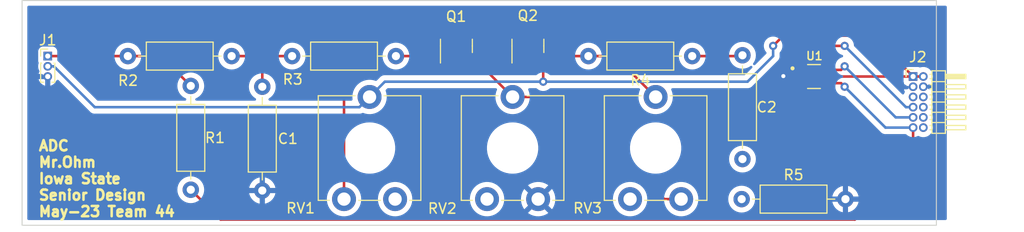
<source format=kicad_pcb>
(kicad_pcb (version 20211014) (generator pcbnew)
  (layers (0 "F.Cu" signal) (31 "B.Cu" signal) (34 "B.Paste" user) (35 "F.Paste" user) (36 "B.SilkS" user "B.Silkscreen") (37 "F.SilkS" user "F.Silkscreen") (38 "B.Mask" user) (39 "F.Mask" user) (44 "Edge.Cuts" user))
  (net 0 "")
  (net 1 "Net-(C1-Pad1)")
  (net 2 "GND")
  (net 3 "Net-(C2-Pad1)")
  (net 4 "Net-(C2-Pad2)")
  (net 5 "/IN1")
  (net 6 "/3.3V")
  (net 9 "/P2")
  (net 11 "/P1")
  (net 13 "/P0")
  (net 15 "Net-(Q1-Pad1)")
  (net 16 "Net-(Q1-Pad2)")
  (net 17 "Net-(Q1-Pad3)")
  (net 18 "Net-(Q2-Pad3)")
  (footprint "Package_TO_SOT_SMD:SOT-23" (layer "F.Cu") (at 132 76 90)
    (fp_text reference "Q1" (at 2.87 -0.03 180) (layer "F.SilkS"))
    (fp_text value "BC847")
    (fp_line (start 0 1.56) (end -0.65 1.56) (layer "F.SilkS") (width 0.12))
    (fp_line (start 0 1.56) (end 0.65 1.56) (layer "F.SilkS") (width 0.12))
    (fp_line (start 0 -1.56) (end 0.65 -1.56) (layer "F.SilkS") (width 0.12))
    (fp_line (start 0 -1.56) (end -1.675 -1.56) (layer "F.SilkS") (width 0.12))
    (pad "1" smd roundrect (at -0.9375 -0.95 90) (size 1.475 0.6) (layers "F.Cu" "F.Paste" "F.Mask") (net 15 "Net-(Q1-Pad1)"))
    (pad "2" smd roundrect (at -0.9375 0.95 90) (size 1.475 0.6) (layers "F.Cu" "F.Paste" "F.Mask") (net 16 "Net-(Q1-Pad2)"))
    (pad "3" smd roundrect (at 0.9375 0 90) (size 1.475 0.6) (layers "F.Cu" "F.Paste" "F.Mask") (net 17 "Net-(Q1-Pad3)"))
  )
  (footprint "Package_TO_SOT_SMD:SOT-23" (layer "F.Cu") (at 139 76 90)
    (fp_text reference "Q2" (at 2.96 -0.01 180) (layer "F.SilkS"))
    (fp_text value "BC857")
    (fp_line (start 0 -1.56) (end 0.65 -1.56) (layer "F.SilkS") (width 0.12))
    (fp_line (start 0 -1.56) (end -1.675 -1.56) (layer "F.SilkS") (width 0.12))
    (fp_line (start 0 1.56) (end -0.65 1.56) (layer "F.SilkS") (width 0.12))
    (fp_line (start 0 1.56) (end 0.65 1.56) (layer "F.SilkS") (width 0.12))
    (pad "1" smd roundrect (at -0.9375 -0.95 90) (size 1.475 0.6) (layers "F.Cu" "F.Paste" "F.Mask") (net 17 "Net-(Q1-Pad3)"))
    (pad "2" smd roundrect (at -0.9375 0.95 90) (size 1.475 0.6) (layers "F.Cu" "F.Paste" "F.Mask") (net 6 "/3.3V"))
    (pad "3" smd roundrect (at 0.9375 0 90) (size 1.475 0.6) (layers "F.Cu" "F.Paste" "F.Mask") (net 18 "Net-(Q2-Pad3)"))
  )
  (footprint "Resistor_THT:R_Axial_DIN0207_L6.3mm_D2.5mm_P10.16mm_Horizontal" (layer "F.Cu") (at 106 79.92 -90)
    (fp_text reference "R1" (at 5.08 -2.37 180) (layer "F.SilkS"))
    (fp_text value "18k")
    (fp_line (start 9.12 0) (end 8.35 0) (layer "F.SilkS") (width 0.12))
    (fp_line (start 1.04 0) (end 1.81 0) (layer "F.SilkS") (width 0.12))
    (fp_line (start 1.81 -1.37) (end 1.81 1.37) (layer "F.SilkS") (width 0.12))
    (fp_line (start 8.35 -1.37) (end 1.81 -1.37) (layer "F.SilkS") (width 0.12))
    (fp_line (start 1.81 1.37) (end 8.35 1.37) (layer "F.SilkS") (width 0.12))
    (fp_line (start 8.35 1.37) (end 8.35 -1.37) (layer "F.SilkS") (width 0.12))
    (pad "1" thru_hole circle (at 0 0 270) (size 1.6 1.6) (drill 0.8) (layers *.Cu *.Mask) (net 5 "/IN1"))
    (pad "2" thru_hole oval (at 10.16 0 270) (size 1.6 1.6) (drill 0.8) (layers *.Cu *.Mask) (net 13 "/P0"))
  )
  (footprint "Resistor_THT:R_Axial_DIN0207_L6.3mm_D2.5mm_P10.16mm_Horizontal" (layer "F.Cu") (at 159.92 91)
    (fp_text reference "R5" (at 5.08 -2.37) (layer "F.SilkS"))
    (fp_text value "110")
    (fp_line (start 9.12 0) (end 8.35 0) (layer "F.SilkS") (width 0.12))
    (fp_line (start 1.04 0) (end 1.81 0) (layer "F.SilkS") (width 0.12))
    (fp_line (start 1.81 1.37) (end 8.35 1.37) (layer "F.SilkS") (width 0.12))
    (fp_line (start 8.35 1.37) (end 8.35 -1.37) (layer "F.SilkS") (width 0.12))
    (fp_line (start 8.35 -1.37) (end 1.81 -1.37) (layer "F.SilkS") (width 0.12))
    (fp_line (start 1.81 -1.37) (end 1.81 1.37) (layer "F.SilkS") (width 0.12))
    (pad "1" thru_hole circle (at 0 0) (size 1.6 1.6) (drill 0.8) (layers *.Cu *.Mask) (net 4 "Net-(C2-Pad2)"))
    (pad "2" thru_hole oval (at 10.16 0) (size 1.6 1.6) (drill 0.8) (layers *.Cu *.Mask) (net 2 "GND"))
  )
  (footprint "Resistor_THT:R_Axial_DIN0207_L6.3mm_D2.5mm_P10.16mm_Horizontal" (layer "F.Cu") (at 126.08 77 180)
    (fp_text reference "R3" (at 10.1 -2.28) (layer "F.SilkS"))
    (fp_text value "100")
    (fp_line (start 8.35 1.37) (end 8.35 -1.37) (layer "F.SilkS") (width 0.12))
    (fp_line (start 1.04 0) (end 1.81 0) (layer "F.SilkS") (width 0.12))
    (fp_line (start 9.12 0) (end 8.35 0) (layer "F.SilkS") (width 0.12))
    (fp_line (start 1.81 -1.37) (end 1.81 1.37) (layer "F.SilkS") (width 0.12))
    (fp_line (start 8.35 -1.37) (end 1.81 -1.37) (layer "F.SilkS") (width 0.12))
    (fp_line (start 1.81 1.37) (end 8.35 1.37) (layer "F.SilkS") (width 0.12))
    (pad "1" thru_hole circle (at 0 0 180) (size 1.6 1.6) (drill 0.8) (layers *.Cu *.Mask) (net 15 "Net-(Q1-Pad1)"))
    (pad "2" thru_hole oval (at 10.16 0 180) (size 1.6 1.6) (drill 0.8) (layers *.Cu *.Mask) (net 1 "Net-(C1-Pad1)"))
  )
  (footprint "Connector_PinHeader_1.00mm:PinHeader_1x03_P1.00mm_Vertical" (layer "F.Cu") (at 92 77)
    (fp_text reference "J1" (at 0 -1.56) (layer "F.SilkS"))
    (fp_text value "Conn_01x03")
    (fp_line (start -0.695 -0.685) (end 0 -0.685) (layer "F.SilkS") (width 0.12))
    (fp_line (start 0.608276 0.685) (end 0.695 0.685) (layer "F.SilkS") (width 0.12))
    (fp_line (start 0.394493 2.56) (end 0.695 2.56) (layer "F.SilkS") (width 0.12))
    (fp_line (start 0.695 0.685) (end 0.695 2.56) (layer "F.SilkS") (width 0.12))
    (fp_line (start -0.695 0) (end -0.695 -0.685) (layer "F.SilkS") (width 0.12))
    (fp_line (start -0.695 0.685) (end -0.608276 0.685) (layer "F.SilkS") (width 0.12))
    (fp_line (start -0.695 0.685) (end -0.695 2.56) (layer "F.SilkS") (width 0.12))
    (fp_line (start -0.695 2.56) (end -0.394493 2.56) (layer "F.SilkS") (width 0.12))
    (pad "1" thru_hole rect (at 0 0) (size 0.85 0.85) (drill 0.5) (layers *.Cu *.Mask) (net 5 "/IN1"))
    (pad "2" thru_hole oval (at 0 1) (size 0.85 0.85) (drill 0.5) (layers *.Cu *.Mask) (net 6 "/3.3V"))
    (pad "3" thru_hole oval (at 0 2) (size 0.85 0.85) (drill 0.5) (layers *.Cu *.Mask) (net 2 "GND"))
  )
  (footprint "SN74LVC1G175DCKT:SOT65P210X110-6N" (layer "F.Cu") (at 167 79)
    (fp_text reference "U1" (at 0.04 -2.008) (layer "F.SilkS") (effects (font (size 0.8 0.8))))
    (fp_text value "SN74LVC1G175DCKT")
    (fp_line (start -0.625 1.17) (end 0.625 1.17) (layer "F.SilkS") (width 0.127))
    (fp_line (start -0.625 -1.17) (end 0.625 -1.17) (layer "F.SilkS") (width 0.127))
    (fp_circle (center -2.1 -0.802) (end -2 -0.802) (layer "F.SilkS") (width 0.2) (fill none))
    (pad "1" smd roundrect locked (at -0.96 -0.65) (size 1.19 0.4) (layers "F.Cu" "F.Paste" "F.Mask") (roundrect_rratio 0.05) (net 9 "/P2"))
    (pad "2" smd roundrect locked (at -0.96 0) (size 1.19 0.4) (layers "F.Cu" "F.Paste" "F.Mask") (roundrect_rratio 0.05) (net 2 "GND"))
    (pad "3" smd roundrect locked (at -0.96 0.65) (size 1.19 0.4) (layers "F.Cu" "F.Paste" "F.Mask") (roundrect_rratio 0.05) (net 3 "Net-(C2-Pad1)"))
    (pad "4" smd roundrect locked (at 0.96 0.65 180) (size 1.19 0.4) (layers "F.Cu" "F.Paste" "F.Mask") (roundrect_rratio 0.05) (net 13 "/P0"))
    (pad "5" smd roundrect locked (at 0.96 0 180) (size 1.19 0.4) (layers "F.Cu" "F.Paste" "F.Mask") (roundrect_rratio 0.05) (net 6 "/3.3V"))
    (pad "6" smd roundrect locked (at 0.96 -0.65 180) (size 1.19 0.4) (layers "F.Cu" "F.Paste" "F.Mask") (roundrect_rratio 0.05) (net 11 "/P1"))
  )
  (footprint "Connector_PinHeader_1.00mm:PinHeader_2x06_P1.00mm_Horizontal" (layer "F.Cu") (at 176.7 79)
    (fp_text reference "J2" (at 0.46 -1.9) (layer "F.SilkS"))
    (fp_text value "Conn_02x06_Odd_Even")
    (fp_line (start 5.16 3.79) (end 5.16 4.21) (layer "F.SilkS") (width 0.12))
    (fp_line (start 5.16 4.21) (end 3.16 4.21) (layer "F.SilkS") (width 0.12))
    (fp_line (start 3.16 -0.15) (end 5.16 -0.15) (layer "F.SilkS") (width 0.12))
    (fp_line (start 5.16 3.21) (end 3.16 3.21) (layer "F.SilkS") (width 0.12))
    (fp_line (start 1.652016 1.21) (end 1.84 1.21) (layer "F.SilkS") (width 0.12))
    (fp_line (start 1.84 1.5) (end 3.16 1.5) (layer "F.SilkS") (width 0.12))
    (fp_line (start 1.84 2.5) (end 3.16 2.5) (layer "F.SilkS") (width 0.12))
    (fp_line (start 5.16 2.79) (end 5.16 3.21) (layer "F.SilkS") (width 0.12))
    (fp_line (start 1.84 5.56) (end 3.16 5.56) (layer "F.SilkS") (width 0.12))
    (fp_line (start 3.16 3.79) (end 5.16 3.79) (layer "F.SilkS") (width 0.12))
    (fp_line (start 3.16 0.79) (end 5.16 0.79) (layer "F.SilkS") (width 0.12))
    (fp_line (start 1.652016 4.21) (end 1.84 4.21) (layer "F.SilkS") (width 0.12))
    (fp_line (start 1.652016 2.21) (end 1.84 2.21) (layer "F.SilkS") (width 0.12))
    (fp_line (start 1.652016 0.79) (end 1.84 0.79) (layer "F.SilkS") (width 0.12))
    (fp_line (start 3.16 2.79) (end 5.16 2.79) (layer "F.SilkS") (width 0.12))
    (fp_line (start 5.16 0.21) (end 3.16 0.21) (layer "F.SilkS") (width 0.12))
    (fp_line (start 3.16 4.79) (end 5.16 4.79) (layer "F.SilkS") (width 0.12))
    (fp_line (start 5.16 1.79) (end 5.16 2.21) (layer "F.SilkS") (width 0.12))
    (fp_line (start 1.84 0.5) (end 3.16 0.5) (layer "F.SilkS") (width 0.12))
    (fp_line (start 3.16 0.09) (end 5.16 0.09) (layer "F.SilkS") (width 0.12))
    (fp_line (start 1.652016 5.21) (end 1.84 5.21) (layer "F.SilkS") (width 0.12))
    (fp_line (start 1.84 -0.56) (end 1.84 5.56) (layer "F.SilkS") (width 0.12))
    (fp_line (start 5.16 -0.21) (end 5.16 0.21) (layer "F.SilkS") (width 0.12))
    (fp_line (start 3.16 -0.56) (end 1.84 -0.56) (layer "F.SilkS") (width 0.12))
    (fp_line (start 1.84 3.5) (end 3.16 3.5) (layer "F.SilkS") (width 0.12))
    (fp_line (start 1.652016 3.21) (end 1.84 3.21) (layer "F.SilkS") (width 0.12))
    (fp_line (start 5.16 2.21) (end 3.16 2.21) (layer "F.SilkS") (width 0.12))
    (fp_line (start 1.652016 1.79) (end 1.84 1.79) (layer "F.SilkS") (width 0.12))
    (fp_line (start 3.16 -0.03) (end 5.16 -0.03) (layer "F.SilkS") (width 0.12))
    (fp_line (start 1.652016 0.21) (end 1.84 0.21) (layer "F.SilkS") (width 0.12))
    (fp_line (start 1.652016 2.79) (end 1.84 2.79) (layer "F.SilkS") (width 0.12))
    (fp_line (start 3.16 5.56) (end 3.16 -0.56) (layer "F.SilkS") (width 0.12))
    (fp_line (start 3.16 -0.21) (end 5.16 -0.21) (layer "F.SilkS") (width 0.12))
    (fp_line (start 5.16 5.21) (end 3.16 5.21) (layer "F.SilkS") (width 0.12))
    (fp_line (start 3.16 1.79) (end 5.16 1.79) (layer "F.SilkS") (width 0.12))
    (fp_line (start 1.652016 4.79) (end 1.84 4.79) (layer "F.SilkS") (width 0.12))
    (fp_line (start 1.652016 3.79) (end 1.84 3.79) (layer "F.SilkS") (width 0.12))
    (fp_line (start 5.16 4.79) (end 5.16 5.21) (layer "F.SilkS") (width 0.12))
    (fp_line (start 1.652016 -0.21) (end 1.84 -0.21) (layer "F.SilkS") (width 0.12))
    (fp_line (start 5.16 1.21) (end 3.16 1.21) (layer "F.SilkS") (width 0.12))
    (fp_line (start 5.16 0.79) (end 5.16 1.21) (layer "F.SilkS") (width 0.12))
    (fp_line (start -0.685 0) (end -0.685 -0.685) (layer "F.SilkS") (width 0.12))
    (fp_line (start 1.84 4.5) (end 3.16 4.5) (layer "F.SilkS") (width 0.12))
    (fp_line (start -0.685 -0.685) (end 0 -0.685) (layer "F.SilkS") (width 0.12))
    (pad "1" thru_hole rect (at 0 0) (size 0.85 0.85) (drill 0.5) (layers *.Cu *.Mask) (net 6 "/3.3V"))
    (pad "2" thru_hole oval (at 1 0) (size 0.85 0.85) (drill 0.5) (layers *.Cu *.Mask) (net 6 "/3.3V"))
    (pad "3" thru_hole oval (at 0 1) (size 0.85 0.85) (drill 0.5) (layers *.Cu *.Mask) (net 2 "GND"))
    (pad "4" thru_hole oval (at 1 1) (size 0.85 0.85) (drill 0.5) (layers *.Cu *.Mask) (net 2 "GND"))
    (pad "5" thru_hole oval (at 0 2) (size 0.85 0.85) (drill 0.5) (layers *.Cu *.Mask))
    (pad "6" thru_hole oval (at 1 2) (size 0.85 0.85) (drill 0.5) (layers *.Cu *.Mask))
    (pad "7" thru_hole oval (at 0 3) (size 0.85 0.85) (drill 0.5) (layers *.Cu *.Mask) (net 9 "/P2"))
    (pad "8" thru_hole oval (at 1 3) (size 0.85 0.85) (drill 0.5) (layers *.Cu *.Mask))
    (pad "9" thru_hole oval (at 0 4) (size 0.85 0.85) (drill 0.5) (layers *.Cu *.Mask) (net 11 "/P1"))
    (pad "10" thru_hole oval (at 1 4) (size 0.85 0.85) (drill 0.5) (layers *.Cu *.Mask))
    (pad "11" thru_hole oval (at 0 5) (size 0.85 0.85) (drill 0.5) (layers *.Cu *.Mask) (net 13 "/P0"))
    (pad "12" thru_hole oval (at 1 5) (size 0.85 0.85) (drill 0.5) (layers *.Cu *.Mask))
  )
  (footprint "Resistor_THT:R_Axial_DIN0207_L6.3mm_D2.5mm_P10.16mm_Horizontal" (layer "F.Cu") (at 160 76.92 -90)
    (fp_text reference "C2" (at 5.08 -2.37 180) (layer "F.SilkS"))
    (fp_text value "68p")
    (fp_line (start 1.04 0) (end 1.81 0) (layer "F.SilkS") (width 0.12))
    (fp_line (start 8.35 1.37) (end 8.35 -1.37) (layer "F.SilkS") (width 0.12))
    (fp_line (start 8.35 -1.37) (end 1.81 -1.37) (layer "F.SilkS") (width 0.12))
    (fp_line (start 1.81 1.37) (end 8.35 1.37) (layer "F.SilkS") (width 0.12))
    (fp_line (start 9.12 0) (end 8.35 0) (layer "F.SilkS") (width 0.12))
    (fp_line (start 1.81 -1.37) (end 1.81 1.37) (layer "F.SilkS") (width 0.12))
    (pad "1" thru_hole circle (at 0 0 270) (size 1.6 1.6) (drill 0.8) (layers *.Cu *.Mask) (net 3 "Net-(C2-Pad1)"))
    (pad "2" thru_hole oval (at 10.16 0 270) (size 1.6 1.6) (drill 0.8) (layers *.Cu *.Mask) (net 4 "Net-(C2-Pad2)"))
  )
  (footprint "Potentiometer_THT:Potentiometer_ACP_CA9-V10_Vertical_Hole" (layer "F.Cu") (at 154 91 90)
    (fp_text reference "RV3" (at -0.89 -9.16 180) (layer "F.SilkS"))
    (fp_text value "50k")
    (fp_line (start -0.12 2.52) (end 10.12 2.52) (layer "F.SilkS") (width 0.12))
    (fp_line (start 10.12 -1.075) (end 10.12 2.52) (layer "F.SilkS") (width 0.12))
    (fp_line (start -0.12 -7.521) (end -0.12 -6.426) (layer "F.SilkS") (width 0.12))
    (fp_line (start -0.12 -3.574) (end -0.12 -1.425) (layer "F.SilkS") (width 0.12))
    (fp_line (start -0.12 1.425) (end -0.12 2.52) (layer "F.SilkS") (width 0.12))
    (fp_line (start 10.12 -7.521) (end 10.12 -3.925) (layer "F.SilkS") (width 0.12))
    (fp_line (start -0.12 -7.521) (end 10.12 -7.521) (layer "F.SilkS") (width 0.12))
    (pad "" np_thru_hole circle (at 5 -2.5 90) (size 4 4) (drill 4) (layers *.Cu *.Mask))
    (pad "1" thru_hole circle (at 0 0 90) (size 2.34 2.34) (drill 1.3) (layers *.Cu *.Mask) (net 16 "Net-(Q1-Pad2)"))
    (pad "2" thru_hole circle (at 10 -2.5 90) (size 2.34 2.34) (drill 1.3) (layers *.Cu *.Mask) (net 18 "Net-(Q2-Pad3)"))
    (pad "3" thru_hole circle (at 0 -5 90) (size 2.34 2.34) (drill 1.3) (layers *.Cu *.Mask))
  )
  (footprint "Resistor_THT:R_Axial_DIN0207_L6.3mm_D2.5mm_P10.16mm_Horizontal" (layer "F.Cu") (at 155.08 77 180)
    (fp_text reference "R4" (at 5.08 -2.37) (layer "F.SilkS"))
    (fp_text value "56k")
    (fp_line (start 1.81 1.37) (end 8.35 1.37) (layer "F.SilkS") (width 0.12))
    (fp_line (start 1.04 0) (end 1.81 0) (layer "F.SilkS") (width 0.12))
    (fp_line (start 1.81 -1.37) (end 1.81 1.37) (layer "F.SilkS") (width 0.12))
    (fp_line (start 9.12 0) (end 8.35 0) (layer "F.SilkS") (width 0.12))
    (fp_line (start 8.35 1.37) (end 8.35 -1.37) (layer "F.SilkS") (width 0.12))
    (fp_line (start 8.35 -1.37) (end 1.81 -1.37) (layer "F.SilkS") (width 0.12))
    (pad "1" thru_hole circle (at 0 0 180) (size 1.6 1.6) (drill 0.8) (layers *.Cu *.Mask) (net 3 "Net-(C2-Pad1)"))
    (pad "2" thru_hole oval (at 10.16 0 180) (size 1.6 1.6) (drill 0.8) (layers *.Cu *.Mask) (net 18 "Net-(Q2-Pad3)"))
  )
  (footprint "Potentiometer_THT:Potentiometer_ACP_CA9-V10_Vertical_Hole" (layer "F.Cu") (at 140 91 90)
    (fp_text reference "RV2" (at -0.92 -9.38 180) (layer "F.SilkS"))
    (fp_text value "50k")
    (fp_line (start -0.12 2.52) (end 10.12 2.52) (layer "F.SilkS") (width 0.12))
    (fp_line (start 10.12 -7.521) (end 10.12 -3.925) (layer "F.SilkS") (width 0.12))
    (fp_line (start -0.12 -7.521) (end -0.12 -6.426) (layer "F.SilkS") (width 0.12))
    (fp_line (start -0.12 -7.521) (end 10.12 -7.521) (layer "F.SilkS") (width 0.12))
    (fp_line (start -0.12 -3.574) (end -0.12 -1.425) (layer "F.SilkS") (width 0.12))
    (fp_line (start 10.12 -1.075) (end 10.12 2.52) (layer "F.SilkS") (width 0.12))
    (fp_line (start -0.12 1.425) (end -0.12 2.52) (layer "F.SilkS") (width 0.12))
    (pad "" np_thru_hole circle (at 5 -2.5 90) (size 4 4) (drill 4) (layers *.Cu *.Mask))
    (pad "1" thru_hole circle (at 0 0 90) (size 2.34 2.34) (drill 1.3) (layers *.Cu *.Mask) (net 2 "GND"))
    (pad "2" thru_hole circle (at 10 -2.5 90) (size 2.34 2.34) (drill 1.3) (layers *.Cu *.Mask) (net 16 "Net-(Q1-Pad2)"))
    (pad "3" thru_hole circle (at 0 -5 90) (size 2.34 2.34) (drill 1.3) (layers *.Cu *.Mask))
  )
  (footprint "Potentiometer_THT:Potentiometer_ACP_CA9-V10_Vertical_Hole" (layer "F.Cu") (at 126 91 90)
    (fp_text reference "RV1" (at -0.89 -9.25 180) (layer "F.SilkS"))
    (fp_text value "50k")
    (fp_line (start -0.12 -3.574) (end -0.12 -1.425) (layer "F.SilkS") (width 0.12))
    (fp_line (start -0.12 2.52) (end 10.12 2.52) (layer "F.SilkS") (width 0.12))
    (fp_line (start -0.12 -7.521) (end 10.12 -7.521) (layer "F.SilkS") (width 0.12))
    (fp_line (start -0.12 -7.521) (end -0.12 -6.426) (layer "F.SilkS") (width 0.12))
    (fp_line (start -0.12 1.425) (end -0.12 2.52) (layer "F.SilkS") (width 0.12))
    (fp_line (start 10.12 -1.075) (end 10.12 2.52) (layer "F.SilkS") (width 0.12))
    (fp_line (start 10.12 -7.521) (end 10.12 -3.925) (layer "F.SilkS") (width 0.12))
    (pad "" np_thru_hole circle (at 5 -2.5 90) (size 4 4) (drill 4) (layers *.Cu *.Mask))
    (pad "1" thru_hole circle (at 0 0 90) (size 2.34 2.34) (drill 1.3) (layers *.Cu *.Mask))
    (pad "2" thru_hole circle (at 10 -2.5 90) (size 2.34 2.34) (drill 1.3) (layers *.Cu *.Mask) (net 6 "/3.3V"))
    (pad "3" thru_hole circle (at 0 -5 90) (size 2.34 2.34) (drill 1.3) (layers *.Cu *.Mask) (net 17 "Net-(Q1-Pad3)"))
  )
  (footprint "Resistor_THT:R_Axial_DIN0207_L6.3mm_D2.5mm_P10.16mm_Horizontal" (layer "F.Cu") (at 110 77 180)
    (fp_text reference "R2" (at 10.14 -2.4) (layer "F.SilkS"))
    (fp_text value "18k")
    (fp_line (start 8.35 1.37) (end 8.35 -1.37) (layer "F.SilkS") (width 0.12))
    (fp_line (start 1.81 -1.37) (end 1.81 1.37) (layer "F.SilkS") (width 0.12))
    (fp_line (start 8.35 -1.37) (end 1.81 -1.37) (layer "F.SilkS") (width 0.12))
    (fp_line (start 1.81 1.37) (end 8.35 1.37) (layer "F.SilkS") (width 0.12))
    (fp_line (start 9.12 0) (end 8.35 0) (layer "F.SilkS") (width 0.12))
    (fp_line (start 1.04 0) (end 1.81 0) (layer "F.SilkS") (width 0.12))
    (pad "1" thru_hole circle (at 0 0 180) (size 1.6 1.6) (drill 0.8) (layers *.Cu *.Mask) (net 1 "Net-(C1-Pad1)"))
    (pad "2" thru_hole oval (at 10.16 0 180) (size 1.6 1.6) (drill 0.8) (layers *.Cu *.Mask) (net 5 "/IN1"))
  )
  (footprint "Resistor_THT:R_Axial_DIN0207_L6.3mm_D2.5mm_P10.16mm_Horizontal" (layer "F.Cu") (at 113 80 -90)
    (fp_text reference "C1" (at 5.09 -2.5 180) (layer "F.SilkS"))
    (fp_text value "470p")
    (fp_line (start 8.35 1.37) (end 8.35 -1.37) (layer "F.SilkS") (width 0.12))
    (fp_line (start 9.12 0) (end 8.35 0) (layer "F.SilkS") (width 0.12))
    (fp_line (start 1.04 0) (end 1.81 0) (layer "F.SilkS") (width 0.12))
    (fp_line (start 8.35 -1.37) (end 1.81 -1.37) (layer "F.SilkS") (width 0.12))
    (fp_line (start 1.81 -1.37) (end 1.81 1.37) (layer "F.SilkS") (width 0.12))
    (fp_line (start 1.81 1.37) (end 8.35 1.37) (layer "F.SilkS") (width 0.12))
    (pad "1" thru_hole circle (at 0 0 270) (size 1.6 1.6) (drill 0.8) (layers *.Cu *.Mask) (net 1 "Net-(C1-Pad1)"))
    (pad "2" thru_hole oval (at 10.16 0 270) (size 1.6 1.6) (drill 0.8) (layers *.Cu *.Mask) (net 2 "GND"))
  )
  (gr_rect (start 89.49 71.56) (end 178.98 93.56) (layer "Edge.Cuts") (width 0.1) (fill none))
  (gr_text "ADC\nMr.Ohm\nIowa State\nSenior Design\nMay-23 Team 44" (at 91 89) (layer "F.SilkS") (effects (font (size 1 1) (thickness 0.25)) (justify left)))
  (segment (start 114 77) (end 115.92 77) (width 0.25) (layer "F.Cu") (net 1))
  (segment (start 110 77) (end 114 77) (width 0.25) (layer "F.Cu") (net 1))
  (segment (start 113 77) (end 114 77) (width 0.25) (layer "F.Cu") (net 1))
  (segment (start 113 80) (end 113 77) (width 0.25) (layer "F.Cu") (net 1))
  (segment (start 166.04 79) (end 164.04 79) (width 0.25) (layer "F.Cu") (net 2))
  (segment (start 164.04 79) (end 164 78.96) (width 0.25) (layer "F.Cu") (net 2))
  (via (at 164 78.96) (size 0.8) (drill 0.4) (layers "F.Cu" "B.Cu") (net 2))
  (segment (start 155.08 77) (end 159.92 77) (width 0.25) (layer "F.Cu") (net 3))
  (segment (start 159.92 77) (end 160 76.92) (width 0.25) (layer "F.Cu") (net 3))
  (segment (start 99.84 77) (end 103.08 77) (width 0.25) (layer "F.Cu") (net 5))
  (segment (start 99.84 77) (end 92 77) (width 0.25) (layer "F.Cu") (net 5))
  (segment (start 103.08 77) (end 106 79.92) (width 0.25) (layer "F.Cu") (net 5))
  (segment (start 172.7 75) (end 176.7 79) (width 0.25) (layer "F.Cu") (net 6))
  (segment (start 176.7 79) (end 177.7 79) (width 0.25) (layer "F.Cu") (net 6))
  (segment (start 163 76) (end 164 75) (width 0.25) (layer "F.Cu") (net 6))
  (segment (start 140.495 77.4825) (end 139.95 76.9375) (width 0.25) (layer "F.Cu") (net 6))
  (segment (start 167.96 79) (end 176.7 79) (width 0.25) (layer "F.Cu") (net 6))
  (segment (start 164 75) (end 172.7 75) (width 0.25) (layer "F.Cu") (net 6))
  (segment (start 140.495 79.505) (end 140.495 77.4825) (width 0.25) (layer "F.Cu") (net 6))
  (via (at 163 76) (size 0.8) (drill 0.4) (layers "F.Cu" "B.Cu") (net 6))
  (via (at 140.495 79.505) (size 0.8) (drill 0.4) (layers "F.Cu" "B.Cu") (net 6))
  (segment (start 92 78) (end 92.60104 78) (width 0.25) (layer "B.Cu") (net 6))
  (segment (start 122.5 82) (end 123.5 81) (width 0.25) (layer "B.Cu") (net 6))
  (segment (start 163 77) (end 163 76) (width 0.25) (layer "B.Cu") (net 6))
  (segment (start 123.5 81) (end 124.995 79.505) (width 0.25) (layer "B.Cu") (net 6))
  (segment (start 160.495 79.505) (end 163 77) (width 0.25) (layer "B.Cu") (net 6))
  (segment (start 124.995 79.505) (end 160.495 79.505) (width 0.25) (layer "B.Cu") (net 6))
  (segment (start 92.60104 78) (end 96.60104 82) (width 0.25) (layer "B.Cu") (net 6))
  (segment (start 96.60104 82) (end 122.5 82) (width 0.25) (layer "B.Cu") (net 6))
  (segment (start 166.04 78.35) (end 168.39 76) (width 0.25) (layer "F.Cu") (net 9))
  (segment (start 168.39 76) (end 170 76) (width 0.25) (layer "F.Cu") (net 9))
  (via (at 170 76) (size 0.8) (drill 0.4) (layers "F.Cu" "B.Cu") (net 9))
  (segment (start 176 82) (end 176.7 82) (width 0.25) (layer "B.Cu") (net 9))
  (segment (start 170 76) (end 176 82) (width 0.25) (layer "B.Cu") (net 9))
  (segment (start 169.65 78.35) (end 167.96 78.35) (width 0.25) (layer "F.Cu") (net 11))
  (segment (start 170 78) (end 169.65 78.35) (width 0.25) (layer "F.Cu") (net 11))
  (via (at 170 78) (size 0.8) (drill 0.4) (layers "F.Cu" "B.Cu") (net 11))
  (segment (start 170 78) (end 175 83) (width 0.25) (layer "B.Cu") (net 11))
  (segment (start 175 83) (end 176.7 83) (width 0.25) (layer "B.Cu") (net 11))
  (segment (start 108.92 93) (end 106 90.08) (width 0.25) (layer "F.Cu") (net 13))
  (segment (start 176.7 84) (end 176.7 87.3) (width 0.25) (layer "F.Cu") (net 13))
  (segment (start 169.65 79.65) (end 170 80) (width 0.25) (layer "F.Cu") (net 13))
  (segment (start 171 93) (end 108.92 93) (width 0.25) (layer "F.Cu") (net 13))
  (segment (start 176.7 87.3) (end 171 93) (width 0.25) (layer "F.Cu") (net 13))
  (segment (start 167.96 79.65) (end 169.65 79.65) (width 0.25) (layer "F.Cu") (net 13))
  (via (at 170 80) (size 0.8) (drill 0.4) (layers "F.Cu" "B.Cu") (net 13))
  (segment (start 174 84) (end 176.7 84) (width 0.25) (layer "B.Cu") (net 13))
  (segment (start 170 80) (end 174 84) (width 0.25) (layer "B.Cu") (net 13))
  (segment (start 130.9875 77) (end 131.05 76.9375) (width 0.25) (layer "F.Cu") (net 15))
  (segment (start 126.08 77) (end 130.9875 77) (width 0.25) (layer "F.Cu") (net 15))
  (segment (start 137.5 81) (end 133.4375 76.9375) (width 0.25) (layer "F.Cu") (net 16))
  (segment (start 154 91) (end 152.345371 91) (width 0.25) (layer "F.Cu") (net 16))
  (segment (start 152.345371 91) (end 142.345371 81) (width 0.25) (layer "F.Cu") (net 16))
  (segment (start 142.345371 81) (end 137.5 81) (width 0.25) (layer "F.Cu") (net 16))
  (segment (start 133.4375 76.9375) (end 132.95 76.9375) (width 0.25) (layer "F.Cu") (net 16))
  (segment (start 125 74) (end 130.9375 74) (width 0.25) (layer "F.Cu") (net 17))
  (segment (start 138.05 76.9375) (end 135.9375 76.9375) (width 0.25) (layer "F.Cu") (net 17))
  (segment (start 121 78) (end 125 74) (width 0.25) (layer "F.Cu") (net 17))
  (segment (start 135.9375 76.9375) (end 134 75) (width 0.25) (layer "F.Cu") (net 17))
  (segment (start 132.0625 75) (end 132 75.0625) (width 0.25) (layer "F.Cu") (net 17))
  (segment (start 130.9375 74) (end 132 75.0625) (width 0.25) (layer "F.Cu") (net 17))
  (segment (start 134 75) (end 132.0625 75) (width 0.25) (layer "F.Cu") (net 17))
  (segment (start 121 91) (end 121 78) (width 0.25) (layer "F.Cu") (net 17))
  (segment (start 144.92 77) (end 147.5 77) (width 0.25) (layer "F.Cu") (net 18))
  (segment (start 147.5 77) (end 151.5 81) (width 0.25) (layer "F.Cu") (net 18))
  (segment (start 140.0625 75.0625) (end 139 75.0625) (width 0.25) (layer "F.Cu") (net 18))
  (segment (start 142 77) (end 140.0625 75.0625) (width 0.25) (layer "F.Cu") (net 18))
  (segment (start 144.92 77) (end 142 77) (width 0.25) (layer "F.Cu") (net 18))
  (zone (net 2) (net_name "GND") (layer "B.Cu") (connect_pads (clearance 0.508)) (min_thickness 0.254) (fill yes (thermal_gap 0.508) (thermal_bridge_width 0.508))
    (polygon (pts (xy 180 94) (xy 90 94) (xy 90 72) (xy 180 72)))
  )
)
</source>
